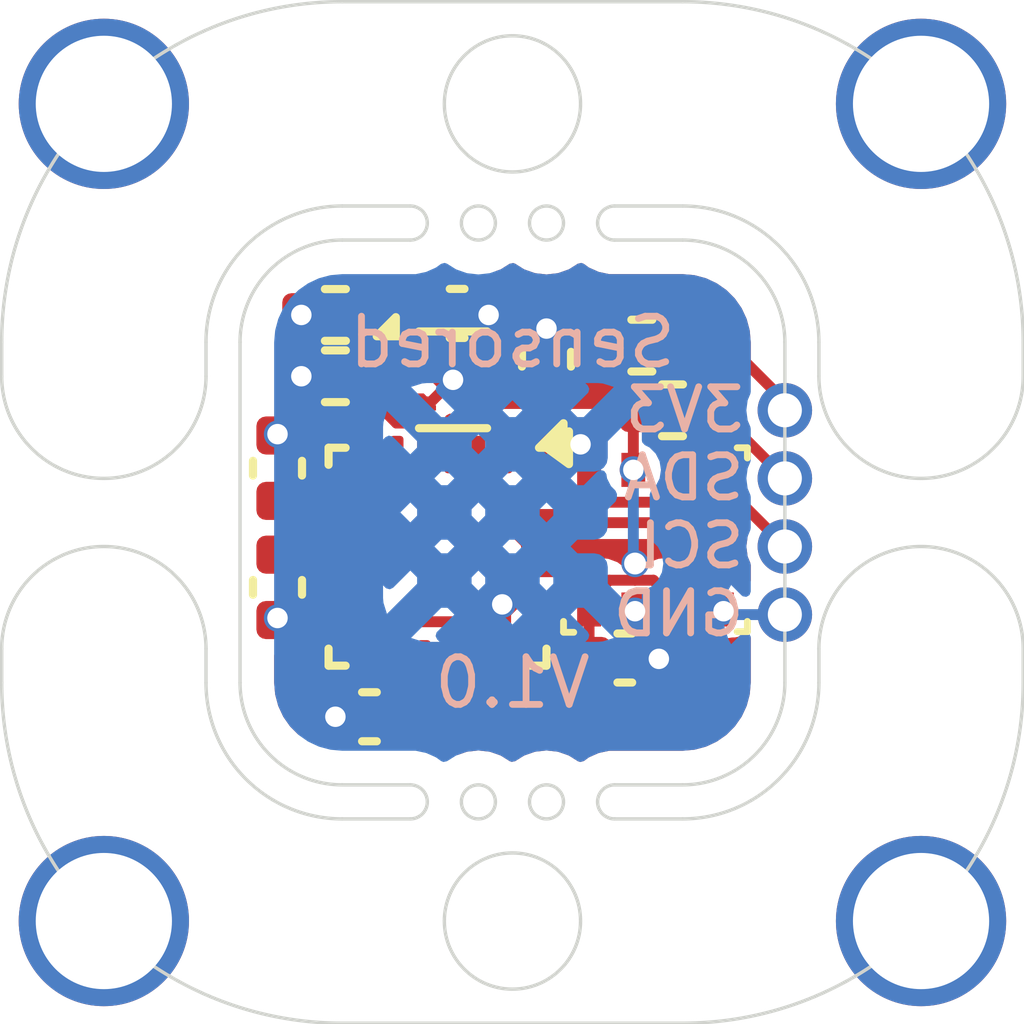
<source format=kicad_pcb>
(kicad_pcb (version 20240108) (generator "pcbnew") (generator_version "8.0")
  (layers (0 "F.Cu" signal) (31 "B.Cu" signal) (34 "B.Paste" user) (35 "F.Paste" user) (36 "B.SilkS" user "B.Silkscreen") (37 "F.SilkS" user "F.Silkscreen") (38 "B.Mask" user) (39 "F.Mask" user) (44 "Edge.Cuts" user))
  (net 0 "")
  (net 1 "GND")
  (net 2 "+1V8")
  (net 3 "+3V3")
  (net 4 "Net-(U1-REGOUT)")
  (net 9 "SDA")
  (net 21 "SCL")
  (footprint "Resistor_SMD:R_0402_1005Metric" (layer "F.Cu") (at 141.4 106.099999 180)
    (property "Reference" "C11" (hide yes))
    (property "Value" "1uF" (hide yes))
    (fp_line (start -0.153641 0.38) (end 0.153641 0.38) (stroke (width 0.12)) (layer "F.SilkS"))
    (fp_line (start -0.153641 -0.38) (end 0.153641 -0.38) (stroke (width 0.12)) (layer "F.SilkS"))
    (pad "1" smd roundrect (at -0.51 0 180) (size 0.54 0.64) (layers "F.Cu" "F.Paste" "F.Mask") (net 2 "+1V8"))
    (pad "2" smd roundrect (at 0.51 0 180) (size 0.54 0.64) (layers "F.Cu" "F.Paste" "F.Mask") (net 1 "GND"))
  )
  (footprint "Capacitor_SMD:C_0402_1005Metric" (layer "F.Cu") (at 140.549999 110.1 -90)
    (property "Reference" "C4" (hide yes))
    (property "Value" "0.1uF" (hide yes))
    (fp_line (start -0.107836 0.36) (end 0.107836 0.36) (stroke (width 0.12)) (layer "F.SilkS"))
    (fp_line (start -0.107836 -0.36) (end 0.107836 -0.36) (stroke (width 0.12)) (layer "F.SilkS"))
    (pad "1" smd roundrect (at -0.48 0 270) (size 0.56 0.62) (layers "F.Cu" "F.Paste" "F.Mask") (net 4 "Net-(U1-REGOUT)"))
    (pad "2" smd roundrect (at 0.48 0 270) (size 0.56 0.62) (layers "F.Cu" "F.Paste" "F.Mask") (net 1 "GND"))
  )
  (footprint "Package_LGA:Bosch_LGA-8_2.5x2.5mm_P0.65mm_ClockwisePinNumbering" (layer "F.Cu") (at 146.1 109.4)
    (property "Reference" "U3" (hide yes))
    (property "Value" "BME280" (hide yes))
    (fp_line (start -1.35 1.35) (end -1.35 1.2) (stroke (width 0.1)) (layer "F.SilkS"))
    (fp_line (start -1.35 1.36) (end -1.2 1.36) (stroke (width 0.1)) (layer "F.SilkS"))
    (fp_line (start 1.2 -1.35) (end 1.35 -1.35) (stroke (width 0.1)) (layer "F.SilkS"))
    (fp_line (start 1.35 -1.35) (end 1.35 -1.2) (stroke (width 0.1)) (layer "F.SilkS"))
    (fp_line (start 1.35 1.35) (end 1.2 1.35) (stroke (width 0.1)) (layer "F.SilkS"))
    (fp_line (start 1.35 1.35) (end 1.35 1.2) (stroke (width 0.1)) (layer "F.SilkS"))
    (fp_poly (pts (xy -1.35 -1.35) (xy -1.71 -1.35) (xy -1.35 -1.71) (xy -1.35 -1.35)) (stroke (width 0.12)) (fill solid) (layer "F.SilkS"))
    (pad "1" smd rect (at -0.975001 -1.025 90) (size 0.5 0.35) (layers "F.Cu" "F.Paste" "F.Mask") (net 1 "GND"))
    (pad "2" smd rect (at -0.325 -1.025 90) (size 0.5 0.35) (layers "F.Cu" "F.Paste" "F.Mask") (net 3 "+3V3"))
    (pad "3" smd rect (at 0.325 -1.025 90) (size 0.5 0.35) (layers "F.Cu" "F.Paste" "F.Mask") (net 9 "SDA"))
    (pad "4" smd rect (at 0.975001 -1.025 90) (size 0.5 0.35) (layers "F.Cu" "F.Paste" "F.Mask") (net 21 "SCL"))
    (pad "5" smd rect (at 0.975001 1.025 90) (size 0.5 0.35) (layers "F.Cu" "F.Paste" "F.Mask") (net 1 "GND"))
    (pad "6" smd rect (at 0.325 1.025 90) (size 0.5 0.35) (layers "F.Cu" "F.Paste" "F.Mask") (net 3 "+3V3"))
    (pad "7" smd rect (at -0.325 1.025 90) (size 0.5 0.35) (layers "F.Cu" "F.Paste" "F.Mask") (net 1 "GND"))
    (pad "8" smd rect (at -0.975001 1.025 90) (size 0.5 0.35) (layers "F.Cu" "F.Paste" "F.Mask") (net 3 "+3V3"))
  )
  (footprint "Capacitor_SMD:C_0402_1005Metric" (layer "F.Cu") (at 141.9 112 180)
    (property "Reference" "C3" (hide yes))
    (property "Value" "0.1uF" (hide yes))
    (fp_line (start -0.107836 0.36) (end 0.107836 0.36) (stroke (width 0.12)) (layer "F.SilkS"))
    (fp_line (start -0.107836 -0.36) (end 0.107836 -0.36) (stroke (width 0.12)) (layer "F.SilkS"))
    (pad "1" smd roundrect (at -0.48 0 180) (size 0.56 0.62) (layers "F.Cu" "F.Paste" "F.Mask") (net 3 "+3V3"))
    (pad "2" smd roundrect (at 0.48 0 180) (size 0.56 0.62) (layers "F.Cu" "F.Paste" "F.Mask") (net 1 "GND"))
  )
  (footprint "Resistor_SMD:R_0402_1005Metric" (layer "F.Cu") (at 146.35 107.5)
    (property "Reference" "R1" (hide yes))
    (property "Value" "10K" (hide yes))
    (fp_line (start -0.153641 -0.38) (end 0.153641 -0.38) (stroke (width 0.12)) (layer "F.SilkS"))
    (fp_line (start -0.153641 0.38) (end 0.153641 0.38) (stroke (width 0.12)) (layer "F.SilkS"))
    (pad "1" smd roundrect (at -0.51 0) (size 0.54 0.64) (layers "F.Cu" "F.Paste" "F.Mask") (net 3 "+3V3"))
    (pad "2" smd roundrect (at 0.51 0) (size 0.54 0.64) (layers "F.Cu" "F.Paste" "F.Mask") (net 21 "SCL"))
  )
  (footprint "Capacitor_SMD:C_0402_1005Metric" (layer "F.Cu") (at 140.55 108.35 -90)
    (property "Reference" "C1" (hide yes))
    (property "Value" "0.1uF" (hide yes))
    (fp_line (start -0.107836 0.36) (end 0.107836 0.36) (stroke (width 0.12)) (layer "F.SilkS"))
    (fp_line (start -0.107836 -0.36) (end 0.107836 -0.36) (stroke (width 0.12)) (layer "F.SilkS"))
    (pad "1" smd roundrect (at -0.48 0 270) (size 0.56 0.62) (layers "F.Cu" "F.Paste" "F.Mask") (net 1 "GND"))
    (pad "2" smd roundrect (at 0.48 0 270) (size 0.56 0.62) (layers "F.Cu" "F.Paste" "F.Mask") (net 2 "+1V8"))
  )
  (footprint "Capacitor_SMD:C_0402_1005Metric" (layer "F.Cu") (at 144.5 106.75 -90)
    (property "Reference" "C6" (hide yes))
    (property "Value" "0.1uF" (hide yes))
    (fp_line (start -0.107836 0.36) (end 0.107836 0.36) (stroke (width 0.12)) (layer "F.SilkS"))
    (fp_line (start -0.107836 -0.36) (end 0.107836 -0.36) (stroke (width 0.12)) (layer "F.SilkS"))
    (pad "1" smd roundrect (at -0.48 0 270) (size 0.56 0.62) (layers "F.Cu" "F.Paste" "F.Mask") (net 1 "GND"))
    (pad "2" smd roundrect (at 0.48 0 270) (size 0.56 0.62) (layers "F.Cu" "F.Paste" "F.Mask") (net 3 "+3V3"))
  )
  (footprint "Simple_Connector:1mm_4P" (layer "F.Cu") (at 148 107.499999)
    (property "Reference" "J1" (hide yes))
    (property "Value" "Casselation" (hide yes))
    (pad "1" thru_hole circle (at 0 0) (size 0.8 0.8) (drill 0.5) (layers "*.Cu" "*.Mask") (net 3 "+3V3"))
    (pad "2" thru_hole circle (at 0 1) (size 0.8 0.8) (drill 0.5) (layers "*.Cu" "*.Mask") (net 9 "SDA"))
    (pad "3" thru_hole circle (at 0 2.000001) (size 0.8 0.8) (drill 0.5) (layers "*.Cu" "*.Mask") (net 21 "SCL"))
    (pad "4" thru_hole circle (at 0 3) (size 0.8 0.8) (drill 0.5) (layers "*.Cu" "*.Mask") (net 1 "GND"))
  )
  (footprint "Capacitor_SMD:C_0402_1005Metric" (layer "F.Cu") (at 145.65 111.1375)
    (property "Reference" "C8" (hide yes))
    (property "Value" "0.1uF" (hide yes))
    (fp_line (start -0.107836 -0.36) (end 0.107836 -0.36) (stroke (width 0.12)) (layer "F.SilkS"))
    (fp_line (start -0.107836 0.36) (end 0.107836 0.36) (stroke (width 0.12)) (layer "F.SilkS"))
    (pad "1" smd roundrect (at -0.48 0) (size 0.56 0.62) (layers "F.Cu" "F.Paste" "F.Mask") (net 3 "+3V3"))
    (pad "2" smd roundrect (at 0.48 0) (size 0.56 0.62) (layers "F.Cu" "F.Paste" "F.Mask") (net 1 "GND"))
  )
  (footprint "Capacitor_SMD:C_0402_1005Metric" (layer "F.Cu") (at 143.1875 106.0775)
    (property "Reference" "C13" (hide yes))
    (property "Value" "10uF" (hide yes))
    (fp_line (start -0.107836 -0.36) (end 0.107836 -0.36) (stroke (width 0.12)) (layer "F.SilkS"))
    (fp_line (start -0.107836 0.36) (end 0.107836 0.36) (stroke (width 0.12)) (layer "F.SilkS"))
    (pad "1" smd roundrect (at -0.48 0) (size 0.56 0.62) (layers "F.Cu" "F.Paste" "F.Mask") (net 2 "+1V8"))
    (pad "2" smd roundrect (at 0.48 0) (size 0.56 0.62) (layers "F.Cu" "F.Paste" "F.Mask") (net 1 "GND"))
  )
  (footprint "Resistor_SMD:R_0402_1005Metric" (layer "F.Cu") (at 145.9 106.55)
    (property "Reference" "R2" (hide yes))
    (property "Value" "10K" (hide yes))
    (fp_line (start -0.153641 -0.38) (end 0.153641 -0.38) (stroke (width 0.12)) (layer "F.SilkS"))
    (fp_line (start -0.153641 0.38) (end 0.153641 0.38) (stroke (width 0.12)) (layer "F.SilkS"))
    (pad "1" smd roundrect (at -0.51 0) (size 0.54 0.64) (layers "F.Cu" "F.Paste" "F.Mask") (net 3 "+3V3"))
    (pad "2" smd roundrect (at 0.51 0) (size 0.54 0.64) (layers "F.Cu" "F.Paste" "F.Mask") (net 9 "SDA"))
  )
  (footprint "Package_DFN_QFN:UDFN-4-1EP_1x1mm_P0.65mm_EP0.48x0.48mm" (layer "F.Cu") (at 143.1275 107.0525)
    (property "Reference" "U4" (hide yes))
    (property "Value" "TLV74318PDQNR3" (hide yes))
    (fp_line (start 0.5 -0.71) (end -0.5 -0.71) (stroke (width 0.12)) (layer "F.SilkS"))
    (fp_line (start 0.5 0.71) (end -0.5 0.71) (stroke (width 0.12)) (layer "F.SilkS"))
    (fp_poly (pts (xy -0.84 -0.64) (xy -1.12 -0.64) (xy -0.84 -0.92) (xy -0.84 -0.64)) (stroke (width 0.12)) (fill solid) (layer "F.SilkS"))
    (pad "1" smd custom (at -0.54 -0.325) (size 0.22 0.25) (layers "F.Cu" "F.Paste" "F.Mask") (net 2 "+1V8") (options (clearance outline) (anchor rect)) (primitives (gr_poly (pts (xy 0.11 0.125) (xy 0.11 -0.125) (xy 0.36 -0.125)) (width 0) (fill yes))))
    (pad "2" smd custom (at -0.54 0.325) (size 0.22 0.25) (layers "F.Cu" "F.Paste" "F.Mask") (net 1 "GND") (options (clearance outline) (anchor rect)) (primitives (gr_poly (pts (xy 0.29 0.055) (xy 0.29 0.125) (xy 0.11 0.125) (xy 0.11 -0.125)) (width 0) (fill yes))))
    (pad "3" smd custom (at 0.54 0.325) (size 0.22 0.25) (layers "F.Cu" "F.Paste" "F.Mask") (net 3 "+3V3") (options (clearance outline) (anchor rect)) (primitives (gr_poly (pts (xy -0.11 0.125) (xy -0.29 0.125) (xy -0.29 0.055) (xy -0.11 -0.125)) (width 0) (fill yes))))
    (pad "4" smd custom (at 0.54 -0.325) (size 0.22 0.25) (layers "F.Cu" "F.Paste" "F.Mask") (net 3 "+3V3") (options (clearance outline) (anchor rect)) (primitives (gr_poly (pts (xy -0.11 0.125) (xy -0.29 -0.055) (xy -0.29 -0.125) (xy -0.11 -0.125)) (width 0) (fill yes))))
    (pad "5" smd rect (at 0 0 45) (size 0.48 0.48) (layers "F.Cu" "F.Paste" "F.Mask") (net 1 "GND"))
  )
  (footprint "Resistor_SMD:R_0402_1005Metric" (layer "F.Cu") (at 141.4 107 180)
    (property "Reference" "C9" (hide yes))
    (property "Value" "1uF" (hide yes))
    (fp_line (start -0.153641 0.38) (end 0.153641 0.38) (stroke (width 0.12)) (layer "F.SilkS"))
    (fp_line (start -0.153641 -0.38) (end 0.153641 -0.38) (stroke (width 0.12)) (layer "F.SilkS"))
    (pad "1" smd roundrect (at -0.51 0 180) (size 0.54 0.64) (layers "F.Cu" "F.Paste" "F.Mask") (net 3 "+3V3"))
    (pad "2" smd roundrect (at 0.51 0 180) (size 0.54 0.64) (layers "F.Cu" "F.Paste" "F.Mask") (net 1 "GND"))
  )
  (footprint "Sensor_Motion:InvenSense_QFN-24_3x3mm_P0.4mm" (layer "F.Cu") (at 142.9 109.649999 -90)
    (property "Reference" "U1" (hide yes))
    (property "Value" "ICM-20948" (hide yes))
    (fp_line (start -1.6 1.6) (end -1.35 1.6) (stroke (width 0.12)) (layer "F.SilkS"))
    (fp_line (start -1.6 1.6) (end -1.6 1.35) (stroke (width 0.12)) (layer "F.SilkS"))
    (fp_line (start 1.6 1.6) (end 1.35 1.6) (stroke (width 0.12)) (layer "F.SilkS"))
    (fp_line (start 1.6 1.6) (end 1.6 1.35) (stroke (width 0.12)) (layer "F.SilkS"))
    (fp_line (start 1.6 -1.6) (end 1.6 -1.35) (stroke (width 0.12)) (layer "F.SilkS"))
    (fp_line (start 1.6 -1.6) (end 1.35 -1.6) (stroke (width 0.12)) (layer "F.SilkS"))
    (fp_poly (pts (xy -1.6 -1.6) (xy -1.84 -1.930001) (xy -1.36 -1.93) (xy -1.6 -1.6)) (stroke (width 0.12)) (fill solid) (layer "F.SilkS"))
    (pad "1" smd roundrect (at -1.5 -1 270) (size 0.55 0.2) (layers "F.Cu" "F.Paste" "F.Mask"))
    (pad "2" smd roundrect (at -1.5 -0.6 270) (size 0.55 0.2) (layers "F.Cu" "F.Paste" "F.Mask"))
    (pad "3" smd roundrect (at -1.5 -0.2 270) (size 0.55 0.2) (layers "F.Cu" "F.Paste" "F.Mask"))
    (pad "4" smd roundrect (at -1.5 0.2 270) (size 0.55 0.2) (layers "F.Cu" "F.Paste" "F.Mask"))
    (pad "5" smd roundrect (at -1.5 0.6 270) (size 0.55 0.2) (layers "F.Cu" "F.Paste" "F.Mask"))
    (pad "6" smd roundrect (at -1.5 1 270) (size 0.55 0.2) (layers "F.Cu" "F.Paste" "F.Mask"))
    (pad "7" smd roundrect (at -1 1.5) (size 0.55 0.2) (layers "F.Cu" "F.Paste" "F.Mask"))
    (pad "8" smd roundrect (at -0.6 1.5) (size 0.55 0.2) (layers "F.Cu" "F.Paste" "F.Mask") (net 2 "+1V8"))
    (pad "9" smd roundrect (at -0.2 1.5) (size 0.55 0.2) (layers "F.Cu" "F.Paste" "F.Mask") (net 1 "GND"))
    (pad "10" smd roundrect (at 0.2 1.5) (size 0.55 0.2) (layers "F.Cu" "F.Paste" "F.Mask") (net 4 "Net-(U1-REGOUT)"))
    (pad "11" smd roundrect (at 0.6 1.5) (size 0.55 0.2) (layers "F.Cu" "F.Paste" "F.Mask"))
    (pad "12" smd roundrect (at 1 1.5) (size 0.55 0.2) (layers "F.Cu" "F.Paste" "F.Mask"))
    (pad "13" smd roundrect (at 1.5 1 270) (size 0.55 0.2) (layers "F.Cu" "F.Paste" "F.Mask") (net 3 "+3V3"))
    (pad "14" smd roundrect (at 1.5 0.6 270) (size 0.55 0.2) (layers "F.Cu" "F.Paste" "F.Mask"))
    (pad "15" smd roundrect (at 1.5 0.2 270) (size 0.55 0.2) (layers "F.Cu" "F.Paste" "F.Mask"))
    (pad "16" smd roundrect (at 1.5 -0.2 270) (size 0.55 0.2) (layers "F.Cu" "F.Paste" "F.Mask"))
    (pad "17" smd roundrect (at 1.5 -0.6 270) (size 0.55 0.2) (layers "F.Cu" "F.Paste" "F.Mask"))
    (pad "18" smd roundrect (at 1.5 -1 270) (size 0.55 0.2) (layers "F.Cu" "F.Paste" "F.Mask") (net 1 "GND"))
    (pad "19" smd roundrect (at 1 -1.5) (size 0.55 0.2) (layers "F.Cu" "F.Paste" "F.Mask"))
    (pad "20" smd roundrect (at 0.6 -1.5) (size 0.55 0.2) (layers "F.Cu" "F.Paste" "F.Mask") (net 1 "GND"))
    (pad "21" smd roundrect (at 0.2 -1.5) (size 0.55 0.2) (layers "F.Cu" "F.Paste" "F.Mask"))
    (pad "22" smd roundrect (at -0.2 -1.5) (size 0.55 0.2) (layers "F.Cu" "F.Paste" "F.Mask") (net 2 "+1V8"))
    (pad "23" smd roundrect (at -0.6 -1.5) (size 0.55 0.2) (layers "F.Cu" "F.Paste" "F.Mask") (net 21 "SCL"))
    (pad "24" smd roundrect (at -1 -1.5) (size 0.55 0.2) (layers "F.Cu" "F.Paste" "F.Mask") (net 9 "SDA"))
    (zone (net 0) (net_name "") (layer "F.Cu") (connect_pads (clearance 0)) (min_thickness 0.254)
      (keepout (tracks not_allowed) (vias not_allowed) (pads not_allowed) (copperpour not_allowed) (footprints allowed))
      (fill (thermal_gap 0.508) (thermal_bridge_width 0.508))
      (polygon (pts (xy 143.694999 108.774999) (xy 143.694999 110.524999) (xy 142.105001 110.524999) (xy 142.105001 108.774999)))
    )
  )
  (footprint "Simple_Connector:1mm 3x3 Pad" (layer "B.Cu") (at 144 109 90)
    (property "Reference" "J2" (hide yes))
    (property "Value" "EPad" (hide yes))
    (pad "1" smd roundrect (at -1 -1 180) (size 0.8 0.8) (layers "B.Cu" "B.Paste" "B.Mask") (net 1 "GND"))
    (pad "1" smd roundrect (at -1 0 180) (size 0.8 0.8) (layers "B.Cu" "B.Paste" "B.Mask") (net 1 "GND"))
    (pad "1" smd roundrect (at -1 1 180) (size 0.8 0.8) (layers "B.Cu" "B.Paste" "B.Mask") (net 1 "GND"))
    (pad "1" smd roundrect (at 0 -1 180) (size 0.8 0.8) (layers "B.Cu" "B.Paste" "B.Mask") (net 1 "GND"))
    (pad "1" smd roundrect (at 0 0 180) (size 0.8 0.8) (layers "B.Cu" "B.Paste" "B.Mask") (net 1 "GND"))
    (pad "1" smd roundrect (at 0 1 180) (size 0.8 0.8) (layers "B.Cu" "B.Paste" "B.Mask") (net 1 "GND"))
    (pad "1" smd roundrect (at 1 -1 180) (size 0.8 0.8) (layers "B.Cu" "B.Paste" "B.Mask") (net 1 "GND"))
    (pad "1" smd roundrect (at 1 0 180) (size 0.8 0.8) (layers "B.Cu" "B.Paste" "B.Mask") (net 1 "GND"))
    (pad "1" smd roundrect (at 1 1 180) (size 0.8 0.8) (layers "B.Cu" "B.Paste" "B.Mask") (net 1 "GND"))
  )
  (gr_arc (start 139.5 107) (mid 138 108.5) (end 136.5 107) (stroke (width 0.05)) (layer "Edge.Cuts"))
  (gr_arc (start 148 111.5) (mid 147.56066 112.56066) (end 146.5 113) (stroke (width 0.05)) (layer "Edge.Cuts"))
  (gr_line (start 151.5 111) (end 151.5 111.5) (stroke (width 0.05)) (layer "Edge.Cuts"))
  (gr_arc (start 148.5 111) (mid 150 109.5) (end 151.5 111) (stroke (width 0.05)) (layer "Edge.Cuts"))
  (gr_line (start 145.5 105) (end 146.5 105) (stroke (width 0.05)) (layer "Edge.Cuts"))
  (gr_line (start 148 106.5) (end 148 111.5) (stroke (width 0.05)) (layer "Edge.Cuts"))
  (gr_line (start 139.5 111) (end 139.5 111.5) (stroke (width 0.05)) (layer "Edge.Cuts"))
  (gr_line (start 141.5 105) (end 142.5 105) (stroke (width 0.05)) (layer "Edge.Cuts"))
  (gr_circle (center 143.5 113.25) (end 143.5 113) (stroke (width 0.05)) (fill none) (layer "Edge.Cuts"))
  (gr_line (start 145.5 104.5) (end 146.5 104.5) (stroke (width 0.05)) (layer "Edge.Cuts"))
  (gr_circle (center 144 115) (end 145 115) (stroke (width 0.05)) (fill none) (layer "Edge.Cuts"))
  (gr_circle (center 143.5 104.75) (end 143.5 104.5) (stroke (width 0.05)) (fill none) (layer "Edge.Cuts"))
  (gr_arc (start 142.5 113) (mid 142.75 113.25) (end 142.5 113.5) (stroke (width 0.05)) (layer "Edge.Cuts"))
  (gr_line (start 151.5 106.5) (end 151.5 107) (stroke (width 0.05)) (layer "Edge.Cuts"))
  (gr_arc (start 141.5 116.5) (mid 137.964466 115.035534) (end 136.5 111.5) (stroke (width 0.05)) (layer "Edge.Cuts"))
  (gr_arc (start 140 106.5) (mid 140.43934 105.43934) (end 141.5 105) (stroke (width 0.05)) (layer "Edge.Cuts"))
  (gr_line (start 148.5 111) (end 148.5 111.5) (stroke (width 0.05)) (layer "Edge.Cuts"))
  (gr_line (start 141.5 104.5) (end 142.5 104.5) (stroke (width 0.05)) (layer "Edge.Cuts"))
  (gr_arc (start 151.5 111.5) (mid 150.035534 115.035534) (end 146.5 116.5) (stroke (width 0.05)) (layer "Edge.Cuts"))
  (gr_arc (start 136.5 111) (mid 138 109.5) (end 139.5 111) (stroke (width 0.05)) (layer "Edge.Cuts"))
  (gr_arc (start 136.5 106.5) (mid 137.964466 102.964466) (end 141.5 101.5) (stroke (width 0.05)) (layer "Edge.Cuts"))
  (gr_line (start 139.5 106.5) (end 139.5 107) (stroke (width 0.05)) (layer "Edge.Cuts"))
  (gr_arc (start 145.5 113.5) (mid 145.25 113.25) (end 145.5 113) (stroke (width 0.05)) (layer "Edge.Cuts"))
  (gr_arc (start 146.5 105) (mid 147.56066 105.43934) (end 148 106.5) (stroke (width 0.05)) (layer "Edge.Cuts"))
  (gr_line (start 145.5 113.5) (end 146.5 113.5) (stroke (width 0.05)) (layer "Edge.Cuts"))
  (gr_line (start 136.5 106.5) (end 136.5 107) (stroke (width 0.05)) (layer "Edge.Cuts"))
  (gr_line (start 141.5 113) (end 142.5 113) (stroke (width 0.05)) (layer "Edge.Cuts"))
  (gr_arc (start 145.5 105) (mid 145.25 104.75) (end 145.5 104.5) (stroke (width 0.05)) (layer "Edge.Cuts"))
  (gr_circle (center 144 103) (end 145 103) (stroke (width 0.05)) (fill none) (layer "Edge.Cuts"))
  (gr_arc (start 148.5 111.5) (mid 147.914214 112.914214) (end 146.5 113.5) (stroke (width 0.05)) (layer "Edge.Cuts"))
  (gr_arc (start 146.5 101.5) (mid 150.035534 102.964466) (end 151.5 106.5) (stroke (width 0.05)) (layer "Edge.Cuts"))
  (gr_circle (center 144.5 104.75) (end 144.5 104.5) (stroke (width 0.05)) (fill none) (layer "Edge.Cuts"))
  (gr_line (start 146.5 101.5) (end 141.5 101.5) (stroke (width 0.05)) (layer "Edge.Cuts"))
  (gr_line (start 136.5 111) (end 136.5 111.5) (stroke (width 0.05)) (layer "Edge.Cuts"))
  (gr_arc (start 142.5 104.5) (mid 142.75 104.75) (end 142.5 105) (stroke (width 0.05)) (layer "Edge.Cuts"))
  (gr_line (start 140 111.5) (end 140 106.5) (stroke (width 0.05)) (layer "Edge.Cuts"))
  (gr_line (start 141.5 113.5) (end 142.5 113.5) (stroke (width 0.05)) (layer "Edge.Cuts"))
  (gr_arc (start 141.5 113.5) (mid 140.085786 112.914214) (end 139.5 111.5) (stroke (width 0.05)) (layer "Edge.Cuts"))
  (gr_line (start 148.5 106.5) (end 148.5 107) (stroke (width 0.05)) (layer "Edge.Cuts"))
  (gr_arc (start 151.5 107) (mid 150 108.5) (end 148.5 107) (stroke (width 0.05)) (layer "Edge.Cuts"))
  (gr_circle (center 144.5 113.25) (end 144.5 113) (stroke (width 0.05)) (fill none) (layer "Edge.Cuts"))
  (gr_arc (start 139.5 106.5) (mid 140.085786 105.085786) (end 141.5 104.5) (stroke (width 0.05)) (layer "Edge.Cuts"))
  (gr_arc (start 141.5 113) (mid 140.43934 112.56066) (end 140 111.5) (stroke (width 0.05)) (layer "Edge.Cuts"))
  (gr_line (start 145.5 113) (end 146.5 113) (stroke (width 0.05)) (layer "Edge.Cuts"))
  (gr_line (start 141.5 116.5) (end 146.5 116.500249) (stroke (width 0.05)) (layer "Edge.Cuts"))
  (gr_arc (start 146.5 104.5) (mid 147.914214 105.085786) (end 148.5 106.5) (stroke (width 0.05)) (layer "Edge.Cuts"))
  (gr_text "Sensored" (at 144 106.5 0) (layer "B.SilkS") (effects (font (size 0.7 0.7) (thickness 0.1)) (justify mirror)))
  (gr_text "V1.0" (at 144 111.5 0) (layer "B.SilkS") (effects (font (size 0.7 0.7) (thickness 0.1)) (justify mirror)))
  (gr_text "3V3\nSDA\nSCL\nGND" (at 147.45 110.85 0) (layer "B.SilkS") (effects (font (size 0.62 0.62) (thickness 0.1) (bold yes)) (justify left bottom mirror)))
  (via (at 138 103) (size 2.5) (drill 2) (layers "F.Cu" "B.Cu") (net 0))
  (via (at 150 115) (size 2.5) (drill 2) (layers "F.Cu" "B.Cu") (net 0))
  (via (at 150 103) (size 2.5) (drill 2) (layers "F.Cu" "B.Cu") (net 0))
  (via (at 138 115) (size 2.5) (drill 2) (layers "F.Cu" "B.Cu") (net 0))
  (segment (start 146.13 111.1375) (end 146.1375 111.1375) (width 0.16) (layer "F.Cu") (net 1))
  (segment (start 141.855 109.605) (end 141.855 110.388136) (width 0.16) (layer "F.Cu") (net 1))
  (segment (start 141.855 110.388136) (end 142.071863 110.604999) (width 0.16) (layer "F.Cu") (net 1))
  (segment (start 144.4 110.249999) (end 144.125 110.249999) (width 0.16) (layer "F.Cu") (net 1))
  (segment (start 143.6675 106.0775) (end 143.6675 106.0825) (width 0.16) (layer "F.Cu") (net 1))
  (segment (start 143.6675 106.0825) (end 143.65 106.1) (width 0.16) (layer "F.Cu") (net 1))
  (segment (start 142.8025 107.3775) (end 143.1275 107.0525) (width 0.16) (layer "F.Cu") (net 1))
  (segment (start 143.9 110.474999) (end 143.9 110.4) (width 0.16) (layer "F.Cu") (net 1))
  (segment (start 144.5 106.27) (end 144.5 106.3) (width 0.16) (layer "F.Cu") (net 1))
  (segment (start 142.071863 110.604999) (end 143.77 110.604999) (width 0.16) (layer "F.Cu") (net 1))
  (segment (start 143.77 110.604999) (end 143.9 110.474999) (width 0.16) (layer "F.Cu") (net 1))
  (segment (start 144.125 110.249999) (end 143.9 110.474999) (width 0.16) (layer "F.Cu") (net 1))
  (segment (start 147.075001 110.425) (end 147.075001 110.425001) (width 0.16) (layer "F.Cu") (net 1))
  (segment (start 141.42 112) (end 141.4 112) (width 0.16) (layer "F.Cu") (net 1))
  (segment (start 145.124999 108.124999) (end 145.124999 108.375) (width 0.16) (layer "F.Cu") (net 1))
  (segment (start 143.9 110.4) (end 143.85 110.35) (width 0.16) (layer "F.Cu") (net 1))
  (segment (start 141.699999 109.449999) (end 141.855 109.605) (width 0.16) (layer "F.Cu") (net 1))
  (segment (start 140.549999 110.58) (end 140.549999 110.550001) (width 0.16) (layer "F.Cu") (net 1))
  (segment (start 141.4 109.449999) (end 141.699999 109.449999) (width 0.16) (layer "F.Cu") (net 1))
  (segment (start 145 108) (end 145.124999 108.124999) (width 0.16) (layer "F.Cu") (net 1))
  (segment (start 140.89 107) (end 140.9 107) (width 0.16) (layer "F.Cu") (net 1))
  (segment (start 142.5875 107.3775) (end 142.8025 107.3775) (width 0.16) (layer "F.Cu") (net 1))
  (segment (start 143.9 110.474999) (end 143.9 111.149999) (width 0.16) (layer "F.Cu") (net 1))
  (segment (start 140.549999 110.550001) (end 140.55 110.55) (width 0.16) (layer "F.Cu") (net 1))
  (segment (start 140.89 106.099999) (end 140.899999 106.099999) (width 0.16) (layer "F.Cu") (net 1))
  (segment (start 147.075001 110.425001) (end 147.1 110.45) (width 0.16) (layer "F.Cu") (net 1))
  (segment (start 140.899999 106.099999) (end 140.9 106.1) (width 0.16) (layer "F.Cu") (net 1))
  (segment (start 145.775 110.425) (end 145.8 110.45) (width 0.16) (layer "F.Cu") (net 1))
  (segment (start 140.55 107.87) (end 140.55 107.85) (width 0.16) (layer "F.Cu") (net 1))
  (segment (start 146.1375 111.1375) (end 146.15 111.15) (width 0.16) (layer "F.Cu") (net 1))
  (via (at 143.1275 107.0525) (size 0.4) (drill 0.3) (layers "F.Cu" "B.Cu") (net 1))
  (via (at 140.9 106.1) (size 0.4) (drill 0.3) (layers "F.Cu" "B.Cu") (net 1))
  (via (at 140.55 107.85) (size 0.4) (drill 0.3) (layers "F.Cu" "B.Cu") (net 1))
  (via (at 140.9 107) (size 0.4) (drill 0.3) (layers "F.Cu" "B.Cu") (net 1))
  (via (at 146.15 111.15) (size 0.4) (drill 0.3) (layers "F.Cu" "B.Cu") (net 1))
  (via (at 141.4 112) (size 0.4) (drill 0.3) (layers "F.Cu" "B.Cu") (net 1))
  (via (at 143.85 110.35) (size 0.4) (drill 0.3) (layers "F.Cu" "B.Cu") (net 1))
  (via (at 145 108) (size 0.4) (drill 0.3) (layers "F.Cu" "B.Cu") (net 1))
  (via (at 145.8 110.45) (size 0.4) (drill 0.3) (layers "F.Cu" "B.Cu") (net 1))
  (via (at 147.1 110.45) (size 0.4) (drill 0.3) (layers "F.Cu" "B.Cu") (net 1))
  (via (at 144.5 106.3) (size 0.4) (drill 0.3) (layers "F.Cu" "B.Cu") (net 1))
  (via (at 140.55 110.55) (size 0.4) (drill 0.3) (layers "F.Cu" "B.Cu") (net 1))
  (via (at 143.65 106.1) (size 0.4) (drill 0.3) (layers "F.Cu" "B.Cu") (net 1))
  (segment (start 148 110.499999) (end 147.149999 110.499999) (width 0.16) (layer "B.Cu") (net 1))
  (segment (start 147.149999 110.499999) (end 147.1 110.45) (width 0.16) (layer "B.Cu") (net 1))
  (segment (start 142.7075 106.6075) (end 142.5875 106.7275) (width 0.16) (layer "F.Cu") (net 2))
  (segment (start 141.4 109.049999) (end 140.769999 109.049999) (width 0.16) (layer "F.Cu") (net 2))
  (segment (start 142.071863 108.694999) (end 141.716863 109.049999) (width 0.16) (layer "F.Cu") (net 2))
  (segment (start 140.55 108.83) (end 141.46 107.92) (width 0.16) (layer "F.Cu") (net 2))
  (segment (start 141.46 106.549999) (end 141.91 106.099999) (width 0.16) (layer "F.Cu") (net 2))
  (segment (start 141.716863 109.049999) (end 141.4 109.049999) (width 0.16) (layer "F.Cu") (net 2))
  (segment (start 143.945 109.196655) (end 143.945 108.911862) (width 0.16) (layer "F.Cu") (net 2))
  (segment (start 143.728137 108.694999) (end 142.071863 108.694999) (width 0.16) (layer "F.Cu") (net 2))
  (segment (start 143.945 108.911862) (end 143.728137 108.694999) (width 0.16) (layer "F.Cu") (net 2))
  (segment (start 140.769999 109.049999) (end 140.55 108.83) (width 0.16) (layer "F.Cu") (net 2))
  (segment (start 144.198344 109.449999) (end 143.945 109.196655) (width 0.16) (layer "F.Cu") (net 2))
  (segment (start 144.4 109.449999) (end 144.198344 109.449999) (width 0.16) (layer "F.Cu") (net 2))
  (segment (start 141.91 106.099999) (end 142.685001 106.099999) (width 0.16) (layer "F.Cu") (net 2))
  (segment (start 141.46 107.92) (end 141.46 106.549999) (width 0.16) (layer "F.Cu") (net 2))
  (segment (start 142.7075 106.0775) (end 142.7075 106.6075) (width 0.16) (layer "F.Cu") (net 2))
  (segment (start 142.685001 106.099999) (end 142.7075 106.0775) (width 0.16) (layer "F.Cu") (net 2))
  (segment (start 144.5 107.23) (end 143.815 107.23) (width 0.16) (layer "F.Cu") (net 3))
  (segment (start 143.6675 107.3775) (end 143.6675 106.7275) (width 0.16) (layer "F.Cu") (net 3))
  (segment (start 145.8 109.995) (end 145.42 109.995) (width 0.16) (layer "F.Cu") (net 3))
  (segment (start 146.07 109.995) (end 145.8 109.995) (width 0.16) (layer "F.Cu") (net 3))
  (segment (start 145.84 107) (end 145.39 106.55) (width 0.16) (layer "F.Cu") (net 3))
  (segment (start 148 107.37078) (end 148 107.499999) (width 0.16) (layer "F.Cu") (net 3))
  (segment (start 146.425 110.35) (end 146.07 109.995) (width 0.16) (layer "F.Cu") (net 3))
  (segment (start 146.425 110.425) (end 146.425 110.35) (width 0.16) (layer "F.Cu") (net 3))
  (segment (start 141.91 107.3) (end 142.2975 107.6875) (width 0.16) (layer "F.Cu") (net 3))
  (segment (start 145.39 106.55) (end 145.89 106.05) (width 0.16) (layer "F.Cu") (net 3))
  (segment (start 143.3575 107.6875) (end 143.6675 107.3775) (width 0.16) (layer "F.Cu") (net 3))
  (segment (start 146.67922 106.05) (end 148 107.37078) (width 0.16) (layer "F.Cu") (net 3))
  (segment (start 145.124999 111.092499) (end 145.17 111.1375) (width 0.16) (layer "F.Cu") (net 3))
  (segment (start 145.18 106.55) (end 144.5 107.23) (width 0.16) (layer "F.Cu") (net 3))
  (segment (start 142.38 112) (end 143.651655 112) (width 0.16) (layer "F.Cu") (net 3))
  (segment (start 145.42 109.995) (end 145.124999 110.290001) (width 0.16) (layer "F.Cu") (net 3))
  (segment (start 142.2975 107.6875) (end 143.3575 107.6875) (width 0.16) (layer "F.Cu") (net 3))
  (segment (start 141.92 111.169999) (end 141.9 111.149999) (width 0.16) (layer "F.Cu") (net 3))
  (segment (start 145.39 106.55) (end 145.18 106.55) (width 0.16) (layer "F.Cu") (net 3))
  (segment (start 143.651655 112) (end 144.514155 111.1375) (width 0.16) (layer "F.Cu") (net 3))
  (segment (start 145.775 107.565) (end 145.84 107.5) (width 0.16) (layer "F.Cu") (net 3))
  (segment (start 143.815 107.23) (end 143.6675 107.3775) (width 0.16) (layer "F.Cu") (net 3))
  (segment (start 145.775 108.375) (end 145.775 107.565) (width 0.16) (layer "F.Cu") (net 3))
  (segment (start 145.84 107.5) (end 145.84 107) (width 0.16) (layer "F.Cu") (net 3))
  (segment (start 141.9 111.52) (end 142.38 112) (width 0.16) (layer "F.Cu") (net 3))
  (segment (start 144.514155 111.1375) (end 145.17 111.1375) (width 0.16) (layer "F.Cu") (net 3))
  (segment (start 145.89 106.05) (end 146.67922 106.05) (width 0.16) (layer "F.Cu") (net 3))
  (segment (start 141.9 111.149999) (end 141.9 111.52) (width 0.16) (layer "F.Cu") (net 3))
  (segment (start 145.124999 110.290001) (end 145.124999 110.425) (width 0.16) (layer "F.Cu") (net 3))
  (segment (start 145.8 109.995) (end 145.8 109.75) (width 0.16) (layer "F.Cu") (net 3))
  (segment (start 145.124999 110.425) (end 145.124999 111.092499) (width 0.16) (layer "F.Cu") (net 3))
  (via (at 145.8 109.75) (size 0.4) (drill 0.32) (layers "F.Cu" "B.Cu") (net 3))
  (via (at 145.775 108.375) (size 0.4) (drill 0.3) (layers "F.Cu" "B.Cu") (net 3))
  (segment (start 145.775 109.725) (end 145.775 108.375) (width 0.16) (layer "B.Cu") (net 3))
  (segment (start 145.8 109.75) (end 145.775 109.725) (width 0.16) (layer "B.Cu") (net 3))
  (segment (start 141.4 109.849999) (end 140.779998 109.849999) (width 0.16) (layer "F.Cu") (net 4))
  (segment (start 140.779998 109.849999) (end 140.549999 109.62) (width 0.16) (layer "F.Cu") (net 4))
  (segment (start 146.67922 106.55) (end 147.31 107.18078) (width 0.16) (layer "F.Cu") (net 9))
  (segment (start 147.31 107.18078) (end 147.31 107.809999) (width 0.16) (layer "F.Cu") (net 9))
  (segment (start 144.675 108.649999) (end 144.875001 108.85) (width 0.16) (layer "F.Cu") (net 9))
  (segment (start 146.3 108.85) (end 146.425 108.725) (width 0.16) (layer "F.Cu") (net 9))
  (segment (start 147.31 107.809999) (end 148 108.499999) (width 0.16) (layer "F.Cu") (net 9))
  (segment (start 146.41 106.55) (end 146.67922 106.55) (width 0.16) (layer "F.Cu") (net 9))
  (segment (start 146.425 108.375) (end 146.41 108.36) (width 0.16) (layer "F.Cu") (net 9))
  (segment (start 144.875001 108.85) (end 146.3 108.85) (width 0.16) (layer "F.Cu") (net 9))
  (segment (start 144.4 108.649999) (end 144.675 108.649999) (width 0.16) (layer "F.Cu") (net 9))
  (segment (start 146.425 108.725) (end 146.425 108.375) (width 0.16) (layer "F.Cu") (net 9))
  (segment (start 146.41 108.36) (end 146.41 106.55) (width 0.16) (layer "F.Cu") (net 9))
  (segment (start 146.86 107.5) (end 146.86 108.159999) (width 0.16) (layer "F.Cu") (net 21))
  (segment (start 146.86 108.159999) (end 147.075001 108.375) (width 0.16) (layer "F.Cu") (net 21))
  (segment (start 147.075001 108.575001) (end 147.075001 108.375) (width 0.16) (layer "F.Cu") (net 21))
  (segment (start 144.4 109.049999) (end 144.5 109.149999) (width 0.16) (layer "F.Cu") (net 21))
  (segment (start 148 109.5) (end 147.075001 108.575001) (width 0.16) (layer "F.Cu") (net 21))
  (segment (start 144.5 109.149999) (end 146.375002 109.149999) (width 0.16) (layer "F.Cu") (net 21))
  (segment (start 147.075001 108.45) (end 147.075001 108.375) (width 0.16) (layer "F.Cu") (net 21))
  (segment (start 146.375002 109.149999) (end 147.075001 108.45) (width 0.16) (layer "F.Cu") (net 21))
  (segment (start 147.150002 108.449999) (end 147.075001 108.525) (width 0.16) (layer "F.Cu") (net 21))
  (zone (net 3) (net_name "+3V3") (layer "F.Cu") (connect_pads (clearance 0.16)) (min_thickness 0.16) (fill yes (thermal_gap 0.5) (thermal_bridge_width 0.5))
    (polygon (pts (xy 139.9 104.9) (xy 148.1 104.9) (xy 148.1 113.1) (xy 139.9 113.1)))
  )
  (zone (net 1) (net_name "GND") (layer "B.Cu") (priority 1) (connect_pads (clearance 0.16)) (min_thickness 0.16) (fill yes (thermal_gap 0.5) (thermal_bridge_width 0.5))
    (polygon (pts (xy 140 105) (xy 148 105) (xy 148 113) (xy 140 113)))
  )
)
</source>
